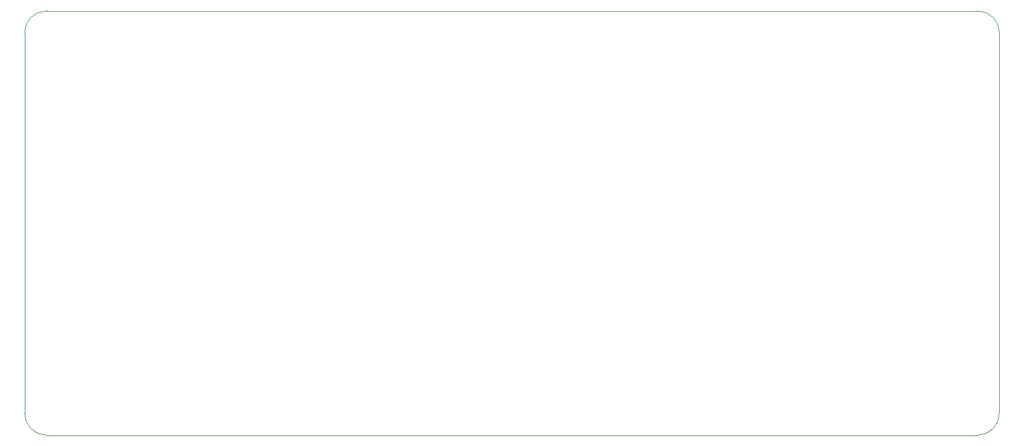
<source format=gbr>
%TF.GenerationSoftware,KiCad,Pcbnew,(5.1.6)-1*%
%TF.CreationDate,2020-10-11T13:06:13-07:00*%
%TF.ProjectId,Autopilot panel,4175746f-7069-46c6-9f74-2070616e656c,rev?*%
%TF.SameCoordinates,Original*%
%TF.FileFunction,Profile,NP*%
%FSLAX46Y46*%
G04 Gerber Fmt 4.6, Leading zero omitted, Abs format (unit mm)*
G04 Created by KiCad (PCBNEW (5.1.6)-1) date 2020-10-11 13:06:13*
%MOMM*%
%LPD*%
G01*
G04 APERTURE LIST*
%TA.AperFunction,Profile*%
%ADD10C,0.050000*%
%TD*%
G04 APERTURE END LIST*
D10*
X49000000Y-118000000D02*
X49000000Y-66000000D01*
X179000000Y-121000000D02*
X52000000Y-121000000D01*
X182000000Y-66000000D02*
X182000000Y-118000000D01*
X52000000Y-63000000D02*
X179000000Y-63000000D01*
X49000000Y-66000000D02*
G75*
G02*
X52000000Y-63000000I3000000J0D01*
G01*
X179000000Y-63000000D02*
G75*
G02*
X182000000Y-66000000I0J-3000000D01*
G01*
X182000000Y-118000000D02*
G75*
G02*
X179000000Y-121000000I-3000000J0D01*
G01*
X52000000Y-121000000D02*
G75*
G02*
X49000000Y-118000000I0J3000000D01*
G01*
M02*

</source>
